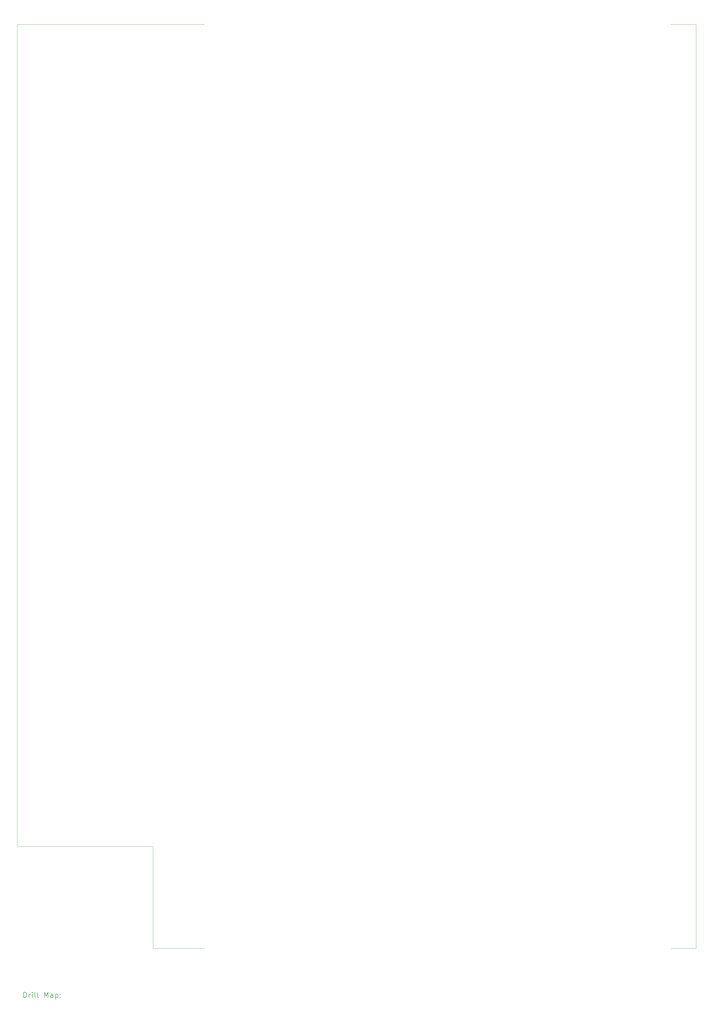
<source format=gbr>
%TF.GenerationSoftware,KiCad,Pcbnew,7.0.1*%
%TF.CreationDate,2024-03-02T20:17:59-05:00*%
%TF.ProjectId,SEM card breakout,53454d20-6361-4726-9420-627265616b6f,rev?*%
%TF.SameCoordinates,Original*%
%TF.FileFunction,Drillmap*%
%TF.FilePolarity,Positive*%
%FSLAX45Y45*%
G04 Gerber Fmt 4.5, Leading zero omitted, Abs format (unit mm)*
G04 Created by KiCad (PCBNEW 7.0.1) date 2024-03-02 20:17:59*
%MOMM*%
%LPD*%
G01*
G04 APERTURE LIST*
%ADD10C,0.100000*%
%ADD11C,0.200000*%
G04 APERTURE END LIST*
D10*
X-878840Y960120D02*
X-878840Y-29773880D01*
X24521160Y-33583880D02*
X24521160Y960120D01*
X23586440Y-33583880D02*
X24521160Y-33583880D01*
X4201160Y-29773880D02*
X4201160Y-33583880D01*
X-878840Y-29773880D02*
X4201160Y-29773880D01*
X23586440Y960120D02*
X24521160Y960120D01*
X4201160Y-33583880D02*
X6131560Y-33583880D01*
X6131560Y960120D02*
X-878840Y960120D01*
D11*
X-636221Y-35425404D02*
X-636221Y-35225404D01*
X-636221Y-35225404D02*
X-588602Y-35225404D01*
X-588602Y-35225404D02*
X-560030Y-35234928D01*
X-560030Y-35234928D02*
X-540983Y-35253975D01*
X-540983Y-35253975D02*
X-531459Y-35273023D01*
X-531459Y-35273023D02*
X-521935Y-35311118D01*
X-521935Y-35311118D02*
X-521935Y-35339690D01*
X-521935Y-35339690D02*
X-531459Y-35377785D01*
X-531459Y-35377785D02*
X-540983Y-35396832D01*
X-540983Y-35396832D02*
X-560030Y-35415880D01*
X-560030Y-35415880D02*
X-588602Y-35425404D01*
X-588602Y-35425404D02*
X-636221Y-35425404D01*
X-436221Y-35425404D02*
X-436221Y-35292070D01*
X-436221Y-35330166D02*
X-426697Y-35311118D01*
X-426697Y-35311118D02*
X-417173Y-35301594D01*
X-417173Y-35301594D02*
X-398126Y-35292070D01*
X-398126Y-35292070D02*
X-379078Y-35292070D01*
X-312411Y-35425404D02*
X-312411Y-35292070D01*
X-312411Y-35225404D02*
X-321935Y-35234928D01*
X-321935Y-35234928D02*
X-312411Y-35244451D01*
X-312411Y-35244451D02*
X-302888Y-35234928D01*
X-302888Y-35234928D02*
X-312411Y-35225404D01*
X-312411Y-35225404D02*
X-312411Y-35244451D01*
X-188602Y-35425404D02*
X-207649Y-35415880D01*
X-207649Y-35415880D02*
X-217173Y-35396832D01*
X-217173Y-35396832D02*
X-217173Y-35225404D01*
X-83840Y-35425404D02*
X-102888Y-35415880D01*
X-102888Y-35415880D02*
X-112411Y-35396832D01*
X-112411Y-35396832D02*
X-112411Y-35225404D01*
X144731Y-35425404D02*
X144731Y-35225404D01*
X144731Y-35225404D02*
X211398Y-35368261D01*
X211398Y-35368261D02*
X278065Y-35225404D01*
X278065Y-35225404D02*
X278065Y-35425404D01*
X459017Y-35425404D02*
X459017Y-35320642D01*
X459017Y-35320642D02*
X449493Y-35301594D01*
X449493Y-35301594D02*
X430446Y-35292070D01*
X430446Y-35292070D02*
X392350Y-35292070D01*
X392350Y-35292070D02*
X373303Y-35301594D01*
X459017Y-35415880D02*
X439969Y-35425404D01*
X439969Y-35425404D02*
X392350Y-35425404D01*
X392350Y-35425404D02*
X373303Y-35415880D01*
X373303Y-35415880D02*
X363779Y-35396832D01*
X363779Y-35396832D02*
X363779Y-35377785D01*
X363779Y-35377785D02*
X373303Y-35358737D01*
X373303Y-35358737D02*
X392350Y-35349213D01*
X392350Y-35349213D02*
X439969Y-35349213D01*
X439969Y-35349213D02*
X459017Y-35339690D01*
X554255Y-35292070D02*
X554255Y-35492070D01*
X554255Y-35301594D02*
X573303Y-35292070D01*
X573303Y-35292070D02*
X611398Y-35292070D01*
X611398Y-35292070D02*
X630446Y-35301594D01*
X630446Y-35301594D02*
X639970Y-35311118D01*
X639970Y-35311118D02*
X649493Y-35330166D01*
X649493Y-35330166D02*
X649493Y-35387309D01*
X649493Y-35387309D02*
X639970Y-35406356D01*
X639970Y-35406356D02*
X630446Y-35415880D01*
X630446Y-35415880D02*
X611398Y-35425404D01*
X611398Y-35425404D02*
X573303Y-35425404D01*
X573303Y-35425404D02*
X554255Y-35415880D01*
X735208Y-35406356D02*
X744731Y-35415880D01*
X744731Y-35415880D02*
X735208Y-35425404D01*
X735208Y-35425404D02*
X725684Y-35415880D01*
X725684Y-35415880D02*
X735208Y-35406356D01*
X735208Y-35406356D02*
X735208Y-35425404D01*
X735208Y-35301594D02*
X744731Y-35311118D01*
X744731Y-35311118D02*
X735208Y-35320642D01*
X735208Y-35320642D02*
X725684Y-35311118D01*
X725684Y-35311118D02*
X735208Y-35301594D01*
X735208Y-35301594D02*
X735208Y-35320642D01*
M02*

</source>
